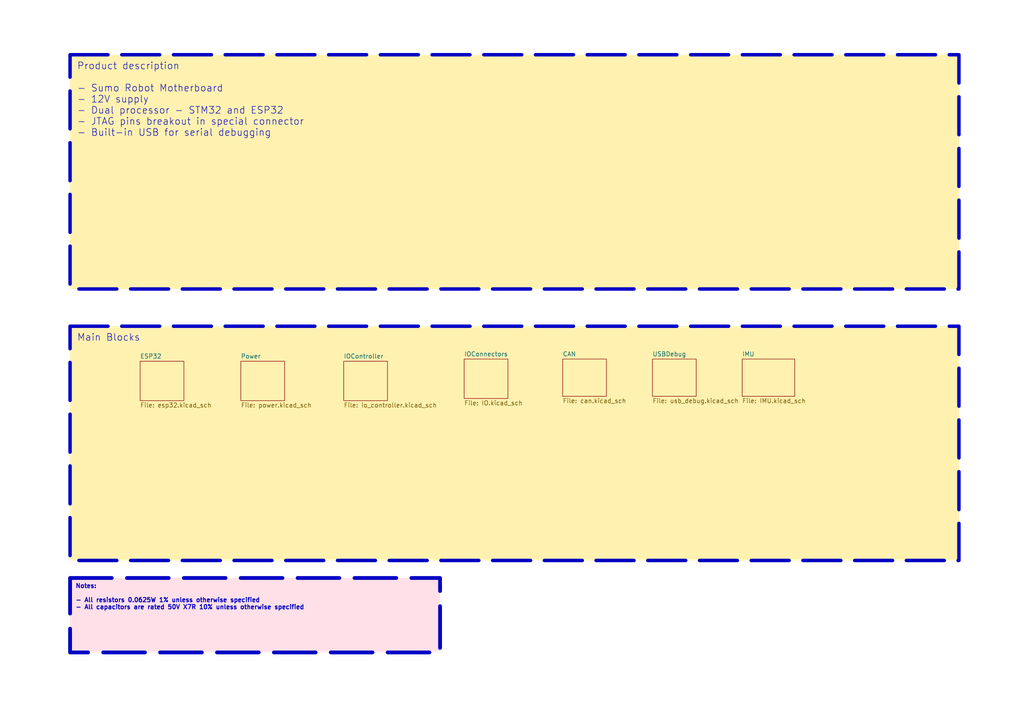
<source format=kicad_sch>
(kicad_sch
	(version 20231120)
	(generator "eeschema")
	(generator_version "8.0")
	(uuid "26cdcb9f-3a2a-4bf6-a9eb-7e91faf701f6")
	(paper "A4")
	(title_block
		(title "HIRO Samurai - Control Board")
		(date "2024-06-03")
		(rev "v1")
		(company "electrodonkey")
		(comment 1 "CC-BY-SA 4.0")
	)
	(lib_symbols)
	(text_box "Product description\n\n- Sumo Robot Motherboard\n- 12V supply\n- Dual processor - STM32 and ESP32\n- JTAG pins breakout in special connector\n- Built-in USB for serial debugging\n\n"
		(exclude_from_sim no)
		(at 20.32 15.875 0)
		(size 257.81 67.945)
		(stroke
			(width 1)
			(type dash)
		)
		(fill
			(type color)
			(color 255 241 176 1)
		)
		(effects
			(font
				(face "KiCad Font")
				(size 2 2)
			)
			(justify left top)
		)
		(uuid "866c8ece-38f0-4e1b-bf5a-b7539457663d")
	)
	(text_box "Notes:\n\n- All resistors 0.0625W 1% unless otherwise specified\n- All capacitors are rated 50V X7R 10% unless otherwise specified\n"
		(exclude_from_sim no)
		(at 20.32 167.64 0)
		(size 107.315 21.59)
		(stroke
			(width 1.1)
			(type dash)
		)
		(fill
			(type color)
			(color 255 224 232 1)
		)
		(effects
			(font
				(size 1.27 1.27)
				(thickness 0.254)
				(bold yes)
			)
			(justify left top)
		)
		(uuid "b1113d3f-8779-42c9-93fd-370512e0811d")
	)
	(text_box "Main Blocks"
		(exclude_from_sim no)
		(at 20.32 94.615 0)
		(size 257.81 67.945)
		(stroke
			(width 1)
			(type dash)
		)
		(fill
			(type color)
			(color 255 241 176 1)
		)
		(effects
			(font
				(face "KiCad Font")
				(size 2 2)
			)
			(justify left top)
		)
		(uuid "c8ecc1de-cf3a-4cea-8aae-44fc3d50e847")
	)
	(sheet
		(at 99.695 104.775)
		(size 12.7 11.43)
		(fields_autoplaced yes)
		(stroke
			(width 0.1524)
			(type solid)
		)
		(fill
			(color 0 0 0 0.0000)
		)
		(uuid "2ef813da-4662-43f2-8361-b0604f2986ed")
		(property "Sheetname" "IOController"
			(at 99.695 104.0634 0)
			(effects
				(font
					(size 1.27 1.27)
				)
				(justify left bottom)
			)
		)
		(property "Sheetfile" "io_controller.kicad_sch"
			(at 99.695 116.7896 0)
			(effects
				(font
					(size 1.27 1.27)
				)
				(justify left top)
			)
		)
		(instances
			(project "hiro_samurai"
				(path "/26cdcb9f-3a2a-4bf6-a9eb-7e91faf701f6"
					(page "3")
				)
			)
		)
	)
	(sheet
		(at 134.62 104.14)
		(size 12.7 11.43)
		(fields_autoplaced yes)
		(stroke
			(width 0.1524)
			(type solid)
		)
		(fill
			(color 0 0 0 0.0000)
		)
		(uuid "66353609-4a52-427d-bbbf-864a55f73df5")
		(property "Sheetname" "IOConnectors"
			(at 134.62 103.4284 0)
			(effects
				(font
					(size 1.27 1.27)
				)
				(justify left bottom)
			)
		)
		(property "Sheetfile" "IO.kicad_sch"
			(at 134.62 116.1546 0)
			(effects
				(font
					(size 1.27 1.27)
				)
				(justify left top)
			)
		)
		(instances
			(project "hiro_samurai"
				(path "/26cdcb9f-3a2a-4bf6-a9eb-7e91faf701f6"
					(page "2")
				)
			)
		)
	)
	(sheet
		(at 215.265 104.14)
		(size 15.24 10.795)
		(fields_autoplaced yes)
		(stroke
			(width 0.1524)
			(type solid)
		)
		(fill
			(color 0 0 0 0.0000)
		)
		(uuid "862a635a-e1ad-457c-93d5-ffd177963e8f")
		(property "Sheetname" "IMU"
			(at 215.265 103.4284 0)
			(effects
				(font
					(size 1.27 1.27)
				)
				(justify left bottom)
			)
		)
		(property "Sheetfile" "IMU.kicad_sch"
			(at 215.265 115.5196 0)
			(effects
				(font
					(size 1.27 1.27)
				)
				(justify left top)
			)
		)
		(instances
			(project "hiro_samurai"
				(path "/26cdcb9f-3a2a-4bf6-a9eb-7e91faf701f6"
					(page "8")
				)
			)
		)
	)
	(sheet
		(at 69.85 104.775)
		(size 12.7 11.43)
		(fields_autoplaced yes)
		(stroke
			(width 0.1524)
			(type solid)
		)
		(fill
			(color 0 0 0 0.0000)
		)
		(uuid "8c38369b-cae1-4217-80c4-6c599f2d9ecb")
		(property "Sheetname" "Power"
			(at 69.85 104.0634 0)
			(effects
				(font
					(size 1.27 1.27)
				)
				(justify left bottom)
			)
		)
		(property "Sheetfile" "power.kicad_sch"
			(at 69.85 116.7896 0)
			(effects
				(font
					(size 1.27 1.27)
				)
				(justify left top)
			)
		)
		(instances
			(project "hiro_samurai"
				(path "/26cdcb9f-3a2a-4bf6-a9eb-7e91faf701f6"
					(page "5")
				)
			)
		)
	)
	(sheet
		(at 163.195 104.14)
		(size 12.7 10.795)
		(fields_autoplaced yes)
		(stroke
			(width 0.1524)
			(type solid)
		)
		(fill
			(color 0 0 0 0.0000)
		)
		(uuid "9a8e82ad-9acd-4214-a92f-8be50e581bcf")
		(property "Sheetname" "CAN"
			(at 163.195 103.4284 0)
			(effects
				(font
					(size 1.27 1.27)
				)
				(justify left bottom)
			)
		)
		(property "Sheetfile" "can.kicad_sch"
			(at 163.195 115.5196 0)
			(effects
				(font
					(size 1.27 1.27)
				)
				(justify left top)
			)
		)
		(instances
			(project "hiro_samurai"
				(path "/26cdcb9f-3a2a-4bf6-a9eb-7e91faf701f6"
					(page "6")
				)
			)
		)
	)
	(sheet
		(at 40.64 104.775)
		(size 12.7 11.43)
		(fields_autoplaced yes)
		(stroke
			(width 0.1524)
			(type solid)
		)
		(fill
			(color 0 0 0 0.0000)
		)
		(uuid "dbb2d76f-00b1-4a57-ad88-c4caaba80475")
		(property "Sheetname" "ESP32"
			(at 40.64 104.0634 0)
			(effects
				(font
					(size 1.27 1.27)
				)
				(justify left bottom)
			)
		)
		(property "Sheetfile" "esp32.kicad_sch"
			(at 40.64 116.7896 0)
			(effects
				(font
					(size 1.27 1.27)
				)
				(justify left top)
			)
		)
		(instances
			(project "hiro_samurai"
				(path "/26cdcb9f-3a2a-4bf6-a9eb-7e91faf701f6"
					(page "4")
				)
			)
		)
	)
	(sheet
		(at 189.23 104.14)
		(size 12.7 10.795)
		(fields_autoplaced yes)
		(stroke
			(width 0.1524)
			(type solid)
		)
		(fill
			(color 0 0 0 0.0000)
		)
		(uuid "e9a577e9-3509-4d79-b789-abbe05d51907")
		(property "Sheetname" "USBDebug"
			(at 189.23 103.4284 0)
			(effects
				(font
					(size 1.27 1.27)
				)
				(justify left bottom)
			)
		)
		(property "Sheetfile" "usb_debug.kicad_sch"
			(at 189.23 115.5196 0)
			(effects
				(font
					(size 1.27 1.27)
				)
				(justify left top)
			)
		)
		(instances
			(project "hiro_samurai"
				(path "/26cdcb9f-3a2a-4bf6-a9eb-7e91faf701f6"
					(page "7")
				)
			)
		)
	)
	(sheet_instances
		(path "/"
			(page "1")
		)
	)
)

</source>
